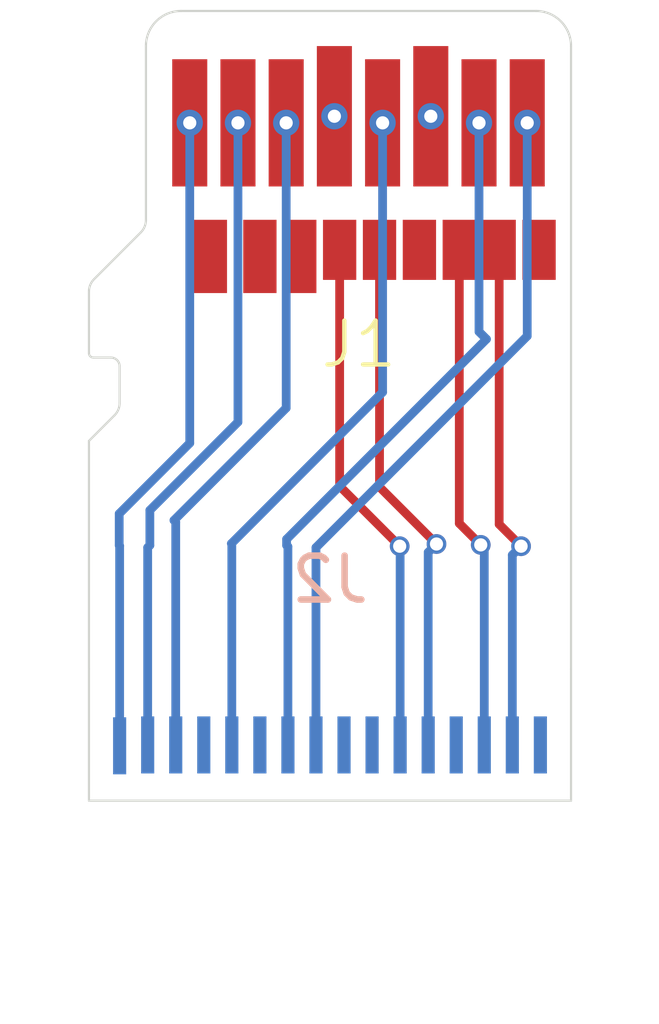
<source format=kicad_pcb>
(kicad_pcb (version 20241229) (generator "pcbnew") (generator_version "9.0")
  (layers (0 "F.Cu" signal) (4 "In1.Cu" signal "In1.GND.Cu") (6 "In2.Cu" signal "In2.VCC.Cu") (8 "In3.Cu" signal "In3.VCC.Cu") (10 "In4.Cu" signal "In4.GND.Cu") (2 "B.Cu" signal) (13 "F.Paste" user) (15 "B.Paste" user) (5 "F.SilkS" user "F.Silkscreen") (7 "B.SilkS" user "B.Silkscreen") (1 "F.Mask" user) (3 "B.Mask" user) (25 "Edge.Cuts" user))
  (net 0 "")
  (net 1 "PCIe_TX+")
  (net 2 "PCIe_TX-")
  (net 4 "REFCLK+{slash}DAT0")
  (net 5 "+3V3")
  (net 6 "~{PERST}{slash}DAT3{slash}CD")
  (net 7 "~{CLKREQ}{slash}DAT2")
  (net 8 "CMD")
  (net 9 "PCIe_RX+")
  (net 10 "GND")
  (net 11 "CLK")
  (net 12 "+1V8")
  (net 13 "PCIe_RX-")
  (net 14 "REFCLK-{slash}DAT1")
  (footprint "m1cha:usdex-male-open_bottom" (layer "F.Cu") (at 0 0)
    (property "Reference" "J1" (at 0.01 7.6 0) (layer "F.SilkS") (effects (font (thickness 0.1))))
    (property "Value" "Micro_SDex_PCB")
    (fp_line (start -6.15 6.395685) (end -6.15 7.8) (stroke (width 0.05)) (layer "Edge.Cuts"))
    (fp_line (start -6.15 9.8) (end -6.149999 15) (stroke (width 0.05)) (layer "Edge.Cuts"))
    (fp_line (start -6.05 7.9) (end -5.65 7.9) (stroke (width 0.05)) (layer "Edge.Cuts"))
    (fp_line (start -5.567158 9.217158) (end -6.15 9.8) (stroke (width 0.05)) (layer "Edge.Cuts"))
    (fp_line (start -5.45 8.1) (end -5.45 8.934315) (stroke (width 0.05)) (layer "Edge.Cuts"))
    (fp_line (start -4.967158 5.047158) (end -6.032843 6.112843) (stroke (width 0.05)) (layer "Edge.Cuts"))
    (fp_line (start -4.85 4.764315) (end -4.85 0.8) (stroke (width 0.05)) (layer "Edge.Cuts"))
    (fp_line (start -4.05 0) (end 4.05 0) (stroke (width 0.05)) (layer "Edge.Cuts"))
    (fp_line (start 4.85 0.8) (end 4.85 15) (stroke (width 0.05)) (layer "Edge.Cuts"))
    (fp_arc (start -6.15 6.395685) (mid -6.119552 6.242612) (end -6.032843 6.112843) (stroke (width 0.05)) (layer "Edge.Cuts"))
    (fp_arc (start -6.05 7.9) (mid -6.120711 7.870711) (end -6.15 7.8) (stroke (width 0.05)) (layer "Edge.Cuts"))
    (fp_arc (start -5.65 7.9) (mid -5.508579 7.958579) (end -5.45 8.1) (stroke (width 0.05)) (layer "Edge.Cuts"))
    (fp_arc (start -5.45 8.934315) (mid -5.480448 9.087389) (end -5.567158 9.217158) (stroke (width 0.05)) (layer "Edge.Cuts"))
    (fp_arc (start -4.85 0.8) (mid -4.615685 0.234315) (end -4.05 0) (stroke (width 0.05)) (layer "Edge.Cuts"))
    (fp_arc (start -4.85 4.764315) (mid -4.880448 4.917389) (end -4.967158 5.047158) (stroke (width 0.05)) (layer "Edge.Cuts"))
    (fp_arc (start 4.05 0) (mid 4.615685 0.234315) (end 4.85 0.8) (stroke (width 0.05)) (layer "Edge.Cuts"))
    (pad "1" smd rect (at -3.85 2.55) (size 0.8 2.9) (layers "F.Cu" "F.Mask" "F.Paste") (net 7 "~{CLKREQ}{slash}DAT2"))
    (pad "2" smd rect (at -2.75 2.55) (size 0.8 2.9) (layers "F.Cu" "F.Mask" "F.Paste") (net 6 "~{PERST}{slash}DAT3{slash}CD"))
    (pad "3" smd rect (at -1.65 2.55) (size 0.8 2.9) (layers "F.Cu" "F.Mask" "F.Paste") (net 8 "CMD"))
    (pad "4" smd rect (at -0.55 2.4) (size 0.8 3.2) (layers "F.Cu" "F.Mask" "F.Paste") (net 5 "+3V3"))
    (pad "5" smd rect (at 0.55 2.55) (size 0.8 2.9) (layers "F.Cu" "F.Mask" "F.Paste") (net 11 "CLK"))
    (pad "6" smd rect (at 1.65 2.4) (size 0.8 3.2) (layers "F.Cu" "F.Mask" "F.Paste") (net 10 "GND"))
    (pad "7" smd rect (at 2.75 2.55) (size 0.8 2.9) (layers "F.Cu" "F.Mask" "F.Paste") (net 4 "REFCLK+{slash}DAT0"))
    (pad "8" smd rect (at 3.85 2.55) (size 0.8 2.9) (layers "F.Cu" "F.Mask" "F.Paste") (net 14 "REFCLK-{slash}DAT1"))
    (pad "9" smd rect (at -3.38 5.595) (size 0.76 1.67) (layers "F.Cu" "F.Mask" "F.Paste") (net 12 "+1V8"))
    (pad "10" smd rect (at -1.34 5.595) (size 0.76 1.67) (layers "F.Cu" "F.Mask" "F.Paste") (net 10 "GND"))
    (pad "11" smd rect (at -0.43 5.445) (size 0.76 1.37) (layers "F.Cu" "F.Mask" "F.Paste") (net 1 "PCIe_TX+"))
    (pad "12" smd rect (at 0.48 5.445) (size 0.76 1.37) (layers "F.Cu" "F.Mask" "F.Paste") (net 2 "PCIe_TX-"))
    (pad "13" smd rect (at 1.39 5.445) (size 0.76 1.37) (layers "F.Cu" "F.Mask" "F.Paste") (net 10 "GND"))
    (pad "14" smd rect (at 2.3 5.445) (size 0.76 1.37) (layers "F.Cu" "F.Mask" "F.Paste") (net 13 "PCIe_RX-"))
    (pad "15" smd rect (at 3.21 5.445) (size 0.76 1.37) (layers "F.Cu" "F.Mask" "F.Paste") (net 9 "PCIe_RX+"))
    (pad "16" smd rect (at 4.12 5.445) (size 0.76 1.37) (layers "F.Cu" "F.Mask" "F.Paste") (net 10 "GND"))
    (pad "17" smd rect (at -2.25 5.595) (size 0.76 1.67) (layers "F.Cu" "F.Mask" "F.Paste"))
  )
  (footprint "m1cha:1x16_FPC_solder" (layer "B.Cu") (at -0.65 16.66 180)
    (property "Reference" "J2" (at 0 3.7 0) (layer "B.SilkS") (effects (justify mirror)))
    (property "Value" "Conn_01x16_Socket")
    (pad "1" smd rect (at -4.8 -0.07 180) (size 0.3 1.3) (layers "B.Cu" "B.Mask" "B.Paste") (net 10 "GND"))
    (pad "2" smd rect (at -4.16 -0.07 180) (size 0.3 1.3) (layers "B.Cu" "B.Mask" "B.Paste") (net 9 "PCIe_RX+"))
    (pad "3" smd rect (at -3.52 -0.07 180) (size 0.3 1.3) (layers "B.Cu" "B.Mask" "B.Paste") (net 13 "PCIe_RX-"))
    (pad "4" smd rect (at -2.88 -0.07 180) (size 0.3 1.3) (layers "B.Cu" "B.Mask" "B.Paste") (net 10 "GND"))
    (pad "5" smd rect (at -2.24 -0.07 180) (size 0.3 1.3) (layers "B.Cu" "B.Mask" "B.Paste") (net 2 "PCIe_TX-"))
    (pad "6" smd rect (at -1.6 -0.07 180) (size 0.3 1.3) (layers "B.Cu" "B.Mask" "B.Paste") (net 1 "PCIe_TX+"))
    (pad "7" smd rect (at -0.96 -0.07 180) (size 0.3 1.3) (layers "B.Cu" "B.Mask" "B.Paste") (net 10 "GND"))
    (pad "8" smd rect (at -0.32 -0.07 180) (size 0.3 1.3) (layers "B.Cu" "B.Mask" "B.Paste") (net 12 "+1V8"))
    (pad "9" smd rect (at 0.32 -0.07 180) (size 0.3 1.3) (layers "B.Cu" "B.Mask" "B.Paste") (net 14 "REFCLK-{slash}DAT1"))
    (pad "10" smd rect (at 0.96 -0.07 180) (size 0.3 1.3) (layers "B.Cu" "B.Mask" "B.Paste") (net 4 "REFCLK+{slash}DAT0"))
    (pad "11" smd rect (at 1.6 -0.07 180) (size 0.3 1.3) (layers "B.Cu" "B.Mask" "B.Paste") (net 10 "GND"))
    (pad "12" smd rect (at 2.24 -0.07 180) (size 0.3 1.3) (layers "B.Cu" "B.Mask" "B.Paste") (net 11 "CLK"))
    (pad "13" smd rect (at 2.88 -0.07 180) (size 0.3 1.3) (layers "B.Cu" "B.Mask" "B.Paste") (net 5 "+3V3"))
    (pad "14" smd rect (at 3.52 -0.07 180) (size 0.3 1.3) (layers "B.Cu" "B.Mask" "B.Paste") (net 8 "CMD"))
    (pad "15" smd rect (at 4.16 -0.07 180) (size 0.3 1.3) (layers "B.Cu" "B.Mask" "B.Paste") (net 6 "~{PERST}{slash}DAT3{slash}CD"))
    (pad "16" smd rect (at 4.8 -0.09 180) (size 0.3 1.3) (layers "B.Cu" "B.Mask" "B.Paste") (net 7 "~{CLKREQ}{slash}DAT2"))
  )
  (gr_line (start 4.85 18) (end 4.85 15) (stroke (width 0.05)) (layer "Edge.Cuts"))
  (gr_line (start -6.15 18) (end 4.85 18) (stroke (width 0.05)) (layer "Edge.Cuts"))
  (gr_line (start -6.15 15) (end -6.15 18) (stroke (width 0.05)) (layer "Edge.Cuts"))
  (segment (start 0.94 12.2) (end -0.43 10.83) (width 0.2) (layer "F.Cu") (net 1))
  (segment (start -0.43 10.83) (end -0.43 5.445) (width 0.2) (layer "F.Cu") (net 1))
  (via (at 0.94 12.2) (size 0.45) (drill 0.3) (layers "F.Cu" "B.Cu") (net 1))
  (segment (start 0.95 16.73) (end 0.95 12.21) (width 0.2) (layer "B.Cu") (net 1))
  (segment (start 0.95 12.21) (end 0.94 12.2) (width 0.2) (layer "B.Cu") (net 1))
  (segment (start 0.48 10.85) (end 0.48 5.445) (width 0.2) (layer "F.Cu") (net 2))
  (segment (start 1.78 12.15) (end 0.48 10.85) (width 0.2) (layer "F.Cu") (net 2))
  (via (at 1.78 12.15) (size 0.45) (drill 0.3) (layers "F.Cu" "B.Cu") (net 2))
  (segment (start 1.59 16.73) (end 1.59 12.34) (width 0.2) (layer "B.Cu") (net 2))
  (segment (start 1.59 12.34) (end 1.78 12.15) (width 0.2) (layer "B.Cu") (net 2))
  (via (at 2.75 2.55) (size 0.6) (drill 0.3) (layers "F.Cu" "B.Cu") (net 4))
  (segment (start 2.75 7.31) (end 2.75 2.55) (width 0.2) (layer "B.Cu") (net 4))
  (segment (start -1.64 12.04) (end 2.92 7.48) (width 0.2) (layer "B.Cu") (net 4))
  (segment (start 2.92 7.48) (end 2.75 7.31) (width 0.2) (layer "B.Cu") (net 4))
  (segment (start -1.64 12.18) (end -1.64 12.04) (width 0.2) (layer "B.Cu") (net 4))
  (segment (start -1.61 12.21) (end -1.64 12.18) (width 0.2) (layer "B.Cu") (net 4))
  (segment (start -1.61 16.73) (end -1.61 12.21) (width 0.2) (layer "B.Cu") (net 4))
  (via (at -0.55 2.4) (size 0.6) (drill 0.3) (layers "F.Cu" "B.Cu") (net 5))
  (via (at -2.75 2.55) (size 0.6) (drill 0.3) (layers "F.Cu" "B.Cu") (net 6))
  (segment (start -4.76 12.18) (end -4.76 11.38) (width 0.2) (layer "B.Cu") (net 6))
  (segment (start -4.76 11.38) (end -2.75 9.37) (width 0.2) (layer "B.Cu") (net 6))
  (segment (start -2.75 9.37) (end -2.75 2.55) (width 0.2) (layer "B.Cu") (net 6))
  (segment (start -4.81 16.73) (end -4.81 12.23) (width 0.2) (layer "B.Cu") (net 6))
  (segment (start -4.81 12.23) (end -4.76 12.18) (width 0.2) (layer "B.Cu") (net 6))
  (via (at -3.85 2.55) (size 0.6) (drill 0.3) (layers "F.Cu" "B.Cu") (net 7))
  (segment (start -5.45 16.75) (end -5.45 12.19) (width 0.2) (layer "B.Cu") (net 7))
  (segment (start -3.85 9.85) (end -3.85 2.55) (width 0.2) (layer "B.Cu") (net 7))
  (segment (start -5.46 11.46) (end -3.85 9.85) (width 0.2) (layer "B.Cu") (net 7))
  (segment (start -5.45 12.19) (end -5.46 12.18) (width 0.2) (layer "B.Cu") (net 7))
  (segment (start -5.46 12.18) (end -5.46 11.46) (width 0.2) (layer "B.Cu") (net 7))
  (via (at -1.65 2.55) (size 0.6) (drill 0.3) (layers "F.Cu" "B.Cu") (net 8))
  (segment (start -1.65 9.05) (end -1.65 2.55) (width 0.2) (layer "B.Cu") (net 8))
  (segment (start -4.17 16.73) (end -4.17 11.65) (width 0.2) (layer "B.Cu") (net 8))
  (segment (start -4.17 11.65) (end -4.21 11.61) (width 0.2) (layer "B.Cu") (net 8))
  (segment (start -4.21 11.61) (end -1.65 9.05) (width 0.2) (layer "B.Cu") (net 8))
  (segment (start 3.71 12.2) (end 3.21 11.7) (width 0.2) (layer "F.Cu") (net 9))
  (segment (start 3.21 11.7) (end 3.21 5.445) (width 0.2) (layer "F.Cu") (net 9))
  (via (at 3.71 12.2) (size 0.45) (drill 0.3) (layers "F.Cu" "B.Cu") (net 9))
  (segment (start 3.51 12.4) (end 3.71 12.2) (width 0.2) (layer "B.Cu") (net 9))
  (segment (start 3.51 16.73) (end 3.51 12.4) (width 0.2) (layer "B.Cu") (net 9))
  (via (at 1.65 2.4) (size 0.6) (drill 0.3) (layers "F.Cu" "B.Cu") (net 10))
  (via (at 0.55 2.55) (size 0.6) (drill 0.3) (layers "F.Cu" "B.Cu") (net 11))
  (segment (start -2.89 12.15) (end -2.9 12.14) (width 0.2) (layer "B.Cu") (net 11))
  (segment (start -2.9 12.14) (end 0.55 8.69) (width 0.2) (layer "B.Cu") (net 11))
  (segment (start -2.89 16.73) (end -2.89 12.15) (width 0.2) (layer "B.Cu") (net 11))
  (segment (start 0.55 8.69) (end 0.55 2.55) (width 0.2) (layer "B.Cu") (net 11))
  (segment (start 2.79 12.17) (end 2.3 11.68) (width 0.2) (layer "F.Cu") (net 13))
  (segment (start 2.3 11.68) (end 2.3 5.445) (width 0.2) (layer "F.Cu") (net 13))
  (via (at 2.79 12.17) (size 0.45) (drill 0.3) (layers "F.Cu" "B.Cu") (net 13))
  (segment (start 2.87 12.25) (end 2.79 12.17) (width 0.2) (layer "B.Cu") (net 13))
  (segment (start 2.87 16.73) (end 2.87 12.25) (width 0.2) (layer "B.Cu") (net 13))
  (via (at 3.85 2.55) (size 0.6) (drill 0.3) (layers "F.Cu" "B.Cu") (net 14))
  (segment (start -0.97 16.73) (end -0.97 12.23) (width 0.2) (layer "B.Cu") (net 14))
  (segment (start 3.85 7.41) (end 3.85 2.55) (width 0.2) (layer "B.Cu") (net 14))
  (segment (start -0.97 12.23) (end 3.85 7.41) (width 0.2) (layer "B.Cu") (net 14))
)
</source>
